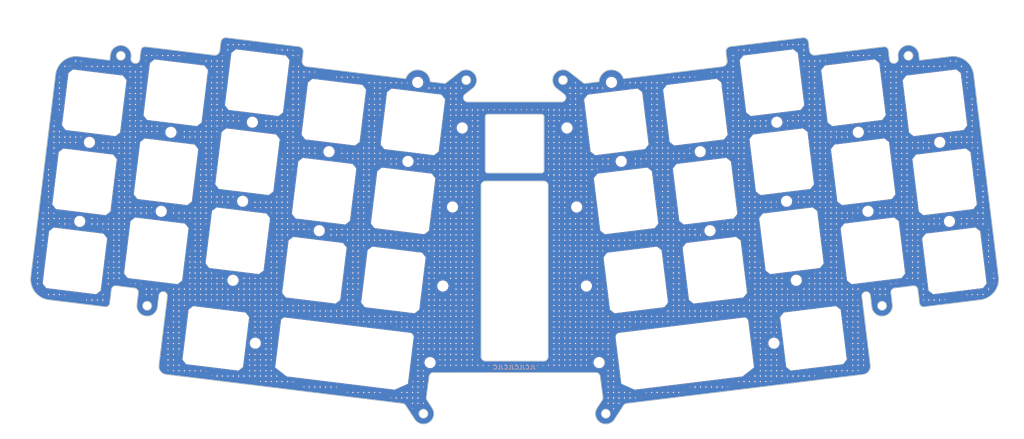
<source format=kicad_pcb>
(kicad_pcb (version 20221018) (generator pcbnew)
  (title_block (title "Le Capybara") (date "2023-07-07") (rev "v0.1") (company "sporkus"))
  (layers (0 "F.Cu" signal) (31 "B.Cu" signal) (34 "B.Paste" user) (35 "F.Paste" user) (36 "B.SilkS" user "B.Silkscreen") (37 "F.SilkS" user "F.Silkscreen") (38 "B.Mask" user) (39 "F.Mask" user) (44 "Edge.Cuts" user))
  (net 0 "")
  (footprint "capacitive_sensors:plate_cut_1U_topre" (layer "F.Cu") (at 194.537698 114.650454 -83)
    (fp_text reference "SW27")
    (fp_text value "EC_SW" hide)
    (fp_line (start -7.3 -6) (end -7.3 6) (stroke (width 0.05)) (layer "Edge.Cuts"))
    (fp_line (start -7.3 -6) (end -6.3 -7) (stroke (width 0.05)) (layer "Edge.Cuts"))
    (fp_line (start -6.3 7) (end -7.3 6) (stroke (width 0.05)) (layer "Edge.Cuts"))
    (fp_line (start -6.3 7) (end 6.3 7) (stroke (width 0.05)) (layer "Edge.Cuts"))
    (fp_line (start 6.3 -7) (end -6.3 -7) (stroke (width 0.05)) (layer "Edge.Cuts"))
    (fp_line (start 6.3 7) (end 7.3 6) (stroke (width 0.05)) (layer "Edge.Cuts"))
    (fp_line (start 7.3 -6) (end 6.3 -7) (stroke (width 0.05)) (layer "Edge.Cuts"))
    (fp_line (start 7.3 6) (end 7.3 -6) (stroke (width 0.05)) (layer "Edge.Cuts"))
  )
  (footprint "capacitive_sensors:MountingHole_2.2mm_M2" (layer "F.Cu") (at 166.860803 136.750673)
    (fp_text reference "H27" hide)
    (fp_text value "M2 Hole")
    (fp_circle (center 0 0) (end 1.1 0) (stroke (width 0.05)) (fill none) (layer "Edge.Cuts"))
    (pad "" np_thru_hole circle (at 0 0) (size 2.2 2.2) (drill 2.2) (layers "*.Cu" "*.Mask"))
  )
  (footprint "capacitive_sensors:plate_cut_1U_topre" (layer "F.Cu") (at 212.8653 107.601842 -83)
    (fp_text reference "SW28")
    (fp_text value "EC_SW" hide)
    (fp_line (start -7.3 -6) (end -7.3 6) (stroke (width 0.05)) (layer "Edge.Cuts"))
    (fp_line (start -7.3 -6) (end -6.3 -7) (stroke (width 0.05)) (layer "Edge.Cuts"))
    (fp_line (start -6.3 7) (end -7.3 6) (stroke (width 0.05)) (layer "Edge.Cuts"))
    (fp_line (start -6.3 7) (end 6.3 7) (stroke (width 0.05)) (layer "Edge.Cuts"))
    (fp_line (start 6.3 -7) (end -6.3 -7) (stroke (width 0.05)) (layer "Edge.Cuts"))
    (fp_line (start 6.3 7) (end 7.3 6) (stroke (width 0.05)) (layer "Edge.Cuts"))
    (fp_line (start 7.3 -6) (end 6.3 -7) (stroke (width 0.05)) (layer "Edge.Cuts"))
    (fp_line (start 7.3 6) (end 7.3 -6) (stroke (width 0.05)) (layer "Edge.Cuts"))
  )
  (footprint "capacitive_sensors:plate_cut_1U_topre" (layer "F.Cu") (at 122.292472 79.156057 83)
    (fp_text reference "SW5")
    (fp_text value "EC_SW" hide)
    (fp_line (start -7.3 -6) (end -7.3 6) (stroke (width 0.05)) (layer "Edge.Cuts"))
    (fp_line (start -7.3 -6) (end -6.3 -7) (stroke (width 0.05)) (layer "Edge.Cuts"))
    (fp_line (start -6.3 7) (end -7.3 6) (stroke (width 0.05)) (layer "Edge.Cuts"))
    (fp_line (start -6.3 7) (end 6.3 7) (stroke (width 0.05)) (layer "Edge.Cuts"))
    (fp_line (start 6.3 -7) (end -6.3 -7) (stroke (width 0.05)) (layer "Edge.Cuts"))
    (fp_line (start 6.3 7) (end 7.3 6) (stroke (width 0.05)) (layer "Edge.Cuts"))
    (fp_line (start 7.3 -6) (end 6.3 -7) (stroke (width 0.05)) (layer "Edge.Cuts"))
    (fp_line (start 7.3 6) (end 7.3 -6) (stroke (width 0.05)) (layer "Edge.Cuts"))
  )
  (footprint "capacitive_sensors:plate_cut_1U_topre" (layer "F.Cu") (at 119.970861 98.064061 83)
    (fp_text reference "SW15")
    (fp_text value "EC_SW" hide)
    (fp_line (start -7.3 -6) (end -7.3 6) (stroke (width 0.05)) (layer "Edge.Cuts"))
    (fp_line (start -7.3 -6) (end -6.3 -7) (stroke (width 0.05)) (layer "Edge.Cuts"))
    (fp_line (start -6.3 7) (end -7.3 6) (stroke (width 0.05)) (layer "Edge.Cuts"))
    (fp_line (start -6.3 7) (end 6.3 7) (stroke (width 0.05)) (layer "Edge.Cuts"))
    (fp_line (start 6.3 -7) (end -6.3 -7) (stroke (width 0.05)) (layer "Edge.Cuts"))
    (fp_line (start 6.3 7) (end 7.3 6) (stroke (width 0.05)) (layer "Edge.Cuts"))
    (fp_line (start 7.3 -6) (end 6.3 -7) (stroke (width 0.05)) (layer "Edge.Cuts"))
    (fp_line (start 7.3 6) (end 7.3 -6) (stroke (width 0.05)) (layer "Edge.Cuts"))
  )
  (footprint "capacitive_sensors:plate_cut_1U_topre" (layer "F.Cu") (at 75.154301 130.947466 173)
    (fp_text reference "SW31")
    (fp_text value "EC_SW" hide)
    (fp_line (start -7.3 -6) (end -7.3 6) (stroke (width 0.05)) (layer "Edge.Cuts"))
    (fp_line (start -7.3 -6) (end -6.3 -7) (stroke (width 0.05)) (layer "Edge.Cuts"))
    (fp_line (start -6.3 7) (end -7.3 6) (stroke (width 0.05)) (layer "Edge.Cuts"))
    (fp_line (start -6.3 7) (end 6.3 7) (stroke (width 0.05)) (layer "Edge.Cuts"))
    (fp_line (start 6.3 -7) (end -6.3 -7) (stroke (width 0.05)) (layer "Edge.Cuts"))
    (fp_line (start 6.3 7) (end 7.3 6) (stroke (width 0.05)) (layer "Edge.Cuts"))
    (fp_line (start 7.3 -6) (end 6.3 -7) (stroke (width 0.05)) (layer "Edge.Cuts"))
    (fp_line (start 7.3 6) (end 7.3 -6) (stroke (width 0.05)) (layer "Edge.Cuts"))
  )
  (footprint "capacitive_sensors:plate_cut_1U_topre" (layer "F.Cu") (at 232.353707 110.007232 -83)
    (fp_text reference "SW29")
    (fp_text value "EC_SW" hide)
    (fp_line (start -7.3 -6) (end -7.3 6) (stroke (width 0.05)) (layer "Edge.Cuts"))
    (fp_line (start -7.3 -6) (end -6.3 -7) (stroke (width 0.05)) (layer "Edge.Cuts"))
    (fp_line (start -6.3 7) (end -7.3 6) (stroke (width 0.05)) (layer "Edge.Cuts"))
    (fp_line (start -6.3 7) (end 6.3 7) (stroke (width 0.05)) (layer "Edge.Cuts"))
    (fp_line (start 6.3 -7) (end -6.3 -7) (stroke (width 0.05)) (layer "Edge.Cuts"))
    (fp_line (start 6.3 7) (end 7.3 6) (stroke (width 0.05)) (layer "Edge.Cuts"))
    (fp_line (start 7.3 -6) (end 6.3 -7) (stroke (width 0.05)) (layer "Edge.Cuts"))
    (fp_line (start 7.3 6) (end 7.3 -6) (stroke (width 0.05)) (layer "Edge.Cuts"))
  )
  (footprint "capacitive_sensors:MountingHole_2.2mm_M2" (layer "F.Cu") (at 159.168967 80.607062)
    (fp_text reference "H3" hide)
    (fp_text value "M2 Hole")
    (fp_circle (center 0 0) (end 1.1 0) (stroke (width 0.05)) (fill none) (layer "Edge.Cuts"))
    (pad "" np_thru_hole circle (at 0 0) (size 2.2 2.2) (drill 2.2) (layers "*.Cu" "*.Mask"))
  )
  (footprint "capacitive_sensors:plate_cut_1U_topre" (layer "F.Cu") (at 230.032096 91.099228 -83)
    (fp_text reference "SW19")
    (fp_text value "EC_SW" hide)
    (fp_line (start -7.3 -6) (end -7.3 6) (stroke (width 0.05)) (layer "Edge.Cuts"))
    (fp_line (start -7.3 -6) (end -6.3 -7) (stroke (width 0.05)) (layer "Edge.Cuts"))
    (fp_line (start -6.3 7) (end -7.3 6) (stroke (width 0.05)) (layer "Edge.Cuts"))
    (fp_line (start -6.3 7) (end 6.3 7) (stroke (width 0.05)) (layer "Edge.Cuts"))
    (fp_line (start 6.3 -7) (end -6.3 -7) (stroke (width 0.05)) (layer "Edge.Cuts"))
    (fp_line (start 6.3 7) (end 7.3 6) (stroke (width 0.05)) (layer "Edge.Cuts"))
    (fp_line (start 7.3 -6) (end 6.3 -7) (stroke (width 0.05)) (layer "Edge.Cuts"))
    (fp_line (start 7.3 6) (end 7.3 -6) (stroke (width 0.05)) (layer "Edge.Cuts"))
  )
  (footprint "capacitive_sensors:MountingHole_2.2mm_M2" (layer "F.Cu") (at 126.418141 136.750673)
    (fp_text reference "H2" hide)
    (fp_text value "M2 Hole")
    (fp_circle (center 0 0) (end 1.1 0) (stroke (width 0.05)) (fill none) (layer "Edge.Cuts"))
    (pad "" np_thru_hole circle (at 0 0) (size 2.2 2.2) (drill 2.2) (layers "*.Cu" "*.Mask"))
  )
  (footprint "capacitive_sensors:MountingHole_2.2mm_M2" (layer "F.Cu") (at 81.574451 98.147837)
    (fp_text reference "H24" hide)
    (fp_text value "M2 Hole")
    (fp_circle (center 0 0) (end 1.1 0) (stroke (width 0.05)) (fill none) (layer "Edge.Cuts"))
    (pad "" np_thru_hole circle (at 0 0) (size 2.2 2.2) (drill 2.2) (layers "*.Cu" "*.Mask"))
  )
  (footprint "capacitive_sensors:MountingHole_2.2mm_M2" (layer "F.Cu") (at 231.18673 100.554051)
    (fp_text reference "H33" hide)
    (fp_text value "M2 Hole")
    (fp_circle (center 0 0) (end 1.1 0) (stroke (width 0.05)) (fill none) (layer "Edge.Cuts"))
    (pad "" np_thru_hole circle (at 0 0) (size 2.2 2.2) (drill 2.2) (layers "*.Cu" "*.Mask"))
  )
  (footprint "capacitive_sensors:MountingHole_2.2mm_M2" (layer "F.Cu") (at 129.466755 118.423073)
    (fp_text reference "H14" hide)
    (fp_text value "M2 Hole")
    (fp_circle (center 0 0) (end 1.1 0) (stroke (width 0.05)) (fill none) (layer "Edge.Cuts"))
    (pad "" np_thru_hole circle (at 0 0) (size 2.2 2.2) (drill 2.2) (layers "*.Cu" "*.Mask"))
  )
  (footprint "capacitive_sensors:plate_cut_1U_topre" (layer "F.Cu") (at 60.925238 110.007232 83)
    (fp_text reference "SW22")
    (fp_text value "EC_SW" hide)
    (fp_line (start -7.3 -6) (end -7.3 6) (stroke (width 0.05)) (layer "Edge.Cuts"))
    (fp_line (start -7.3 -6) (end -6.3 -7) (stroke (width 0.05)) (layer "Edge.Cuts"))
    (fp_line (start -6.3 7) (end -7.3 6) (stroke (width 0.05)) (layer "Edge.Cuts"))
    (fp_line (start -6.3 7) (end 6.3 7) (stroke (width 0.05)) (layer "Edge.Cuts"))
    (fp_line (start 6.3 -7) (end -6.3 -7) (stroke (width 0.05)) (layer "Edge.Cuts"))
    (fp_line (start 6.3 7) (end 7.3 6) (stroke (width 0.05)) (layer "Edge.Cuts"))
    (fp_line (start 7.3 -6) (end 6.3 -7) (stroke (width 0.05)) (layer "Edge.Cuts"))
    (fp_line (start 7.3 6) (end 7.3 -6) (stroke (width 0.05)) (layer "Edge.Cuts"))
  )
  (footprint "capacitive_sensors:plate_cut_1U_topre" (layer "F.Cu") (at 175.629694 116.972065 -83)
    (fp_text reference "SW26")
    (fp_text value "EC_SW" hide)
    (fp_line (start -7.3 -6) (end -7.3 6) (stroke (width 0.05)) (layer "Edge.Cuts"))
    (fp_line (start -7.3 -6) (end -6.3 -7) (stroke (width 0.05)) (layer "Edge.Cuts"))
    (fp_line (start -6.3 7) (end -7.3 6) (stroke (width 0.05)) (layer "Edge.Cuts"))
    (fp_line (start -6.3 7) (end 6.3 7) (stroke (width 0.05)) (layer "Edge.Cuts"))
    (fp_line (start 6.3 -7) (end -6.3 -7) (stroke (width 0.05)) (layer "Edge.Cuts"))
    (fp_line (start 6.3 7) (end 7.3 6) (stroke (width 0.05)) (layer "Edge.Cuts"))
    (fp_line (start 7.3 -6) (end 6.3 -7) (stroke (width 0.05)) (layer "Edge.Cuts"))
    (fp_line (start 7.3 6) (end 7.3 -6) (stroke (width 0.05)) (layer "Edge.Cuts"))
  )
  (footprint "capacitive_sensors:plate_cut_1U_topre" (layer "F.Cu") (at 103.384468 76.834446 83)
    (fp_text reference "SW4")
    (fp_text value "EC_SW" hide)
    (fp_line (start -7.3 -6) (end -7.3 6) (stroke (width 0.05)) (layer "Edge.Cuts"))
    (fp_line (start -7.3 -6) (end -6.3 -7) (stroke (width 0.05)) (layer "Edge.Cuts"))
    (fp_line (start -6.3 7) (end -7.3 6) (stroke (width 0.05)) (layer "Edge.Cuts"))
    (fp_line (start -6.3 7) (end 6.3 7) (stroke (width 0.05)) (layer "Edge.Cuts"))
    (fp_line (start 6.3 -7) (end -6.3 -7) (stroke (width 0.05)) (layer "Edge.Cuts"))
    (fp_line (start 6.3 7) (end 7.3 6) (stroke (width 0.05)) (layer "Edge.Cuts"))
    (fp_line (start 7.3 -6) (end 6.3 -7) (stroke (width 0.05)) (layer "Edge.Cuts"))
    (fp_line (start 7.3 6) (end 7.3 -6) (stroke (width 0.05)) (layer "Edge.Cuts"))
  )
  (footprint "capacitive_sensors:MountingHole_2.2mm_M2" (layer "F.Cu") (at 42.603801 102.95944)
    (fp_text reference "H7" hide)
    (fp_text value "M2 Hole")
    (fp_circle (center 0 0) (end 1.1 0) (stroke (width 0.05)) (fill none) (layer "Edge.Cuts"))
    (pad "" np_thru_hole circle (at 0 0) (size 2.2 2.2) (drill 2.2) (layers "*.Cu" "*.Mask"))
  )
  (footprint "capacitive_sensors:MountingHole_2.2mm_M2" (layer "F.Cu") (at 248.353525 84.051435)
    (fp_text reference "H29" hide)
    (fp_text value "M2 Hole")
    (fp_circle (center 0 0) (end 1.1 0) (stroke (width 0.05)) (fill none) (layer "Edge.Cuts"))
    (pad "" np_thru_hole circle (at 0 0) (size 2.2 2.2) (drill 2.2) (layers "*.Cu" "*.Mask"))
  )
  (footprint "capacitive_sensors:plate_cut_1U_topre" (layer "F.Cu") (at 117.64925 116.972065 83)
    (fp_text reference "SW25")
    (fp_text value "EC_SW" hide)
    (fp_line (start -7.3 -6) (end -7.3 6) (stroke (width 0.05)) (layer "Edge.Cuts"))
    (fp_line (start -7.3 -6) (end -6.3 -7) (stroke (width 0.05)) (layer "Edge.Cuts"))
    (fp_line (start -6.3 7) (end -7.3 6) (stroke (width 0.05)) (layer "Edge.Cuts"))
    (fp_line (start -6.3 7) (end 6.3 7) (stroke (width 0.05)) (layer "Edge.Cuts"))
    (fp_line (start 6.3 -7) (end -6.3 -7) (stroke (width 0.05)) (layer "Edge.Cuts"))
    (fp_line (start 6.3 7) (end 7.3 6) (stroke (width 0.05)) (layer "Edge.Cuts"))
    (fp_line (start 7.3 -6) (end 6.3 -7) (stroke (width 0.05)) (layer "Edge.Cuts"))
    (fp_line (start 7.3 6) (end 7.3 -6) (stroke (width 0.05)) (layer "Edge.Cuts"))
  )
  (footprint "capacitive_sensors:MountingHole_2.2mm_M2" (layer "F.Cu") (at 209.376715 79.24065)
    (fp_text reference "H30" hide)
    (fp_text value "M2 Hole")
    (fp_circle (center 0 0) (end 1.1 0) (stroke (width 0.05)) (fill none) (layer "Edge.Cuts"))
    (pad "" np_thru_hole circle (at 0 0) (size 2.2 2.2) (drill 2.2) (layers "*.Cu" "*.Mask"))
  )
  (footprint "capacitive_sensors:plate_cut_2U_topre" (layer "F.Cu") (at 105.873637 134.719264 -7)
    (fp_text reference "SW32")
    (fp_text value "EC_SW" hide)
    (fp_line (start -16 5.175) (end -16 -5.975) (stroke (width 0.05)) (layer "Edge.Cuts"))
    (fp_line (start -16 5.175) (end -13 6.975) (stroke (width 0.05)) (layer "Edge.Cuts"))
    (fp_line (start -15 -6.975) (end 15 -6.975) (stroke (width 0.05)) (layer "Edge.Cuts"))
    (fp_line (start 13 6.975) (end -13 6.975) (stroke (width 0.05)) (layer "Edge.Cuts"))
    (fp_line (start 16 -5.975) (end 16 5.175) (stroke (width 0.05)) (layer "Edge.Cuts"))
    (fp_line (start 16 5.175) (end 13 6.975) (stroke (width 0.05)) (layer "Edge.Cuts"))
    (fp_arc (start -16 -5.975) (mid -15.707107 -6.682107) (end -15 -6.975) (stroke (width 0.05)) (layer "Edge.Cuts"))
    (fp_arc (start 15 -6.975) (mid 15.707107 -6.682107) (end 16 -5.975) (stroke (width 0.05)) (layer "Edge.Cuts"))
  )
  (footprint "capacitive_sensors:plate_cut_1U_topre" (layer "F.Cu") (at 43.758442 93.504618 83)
    (fp_text reference "SW11")
    (fp_text value "EC_SW" hide)
    (fp_line (start -7.3 -6) (end -7.3 6) (stroke (width 0.05)) (layer "Edge.Cuts"))
    (fp_line (start -7.3 -6) (end -6.3 -7) (stroke (width 0.05)) (layer "Edge.Cuts"))
    (fp_line (start -6.3 7) (end -7.3 6) (stroke (width 0.05)) (layer "Edge.Cuts"))
    (fp_line (start -6.3 7) (end 6.3 7) (stroke (width 0.05)) (layer "Edge.Cuts"))
    (fp_line (start 6.3 -7) (end -6.3 -7) (stroke (width 0.05)) (layer "Edge.Cuts"))
    (fp_line (start 6.3 7) (end 7.3 6) (stroke (width 0.05)) (layer "Edge.Cuts"))
    (fp_line (start 7.3 -6) (end 6.3 -7) (stroke (width 0.05)) (layer "Edge.Cuts"))
    (fp_line (start 7.3 6) (end 7.3 -6) (stroke (width 0.05)) (layer "Edge.Cuts"))
  )
  (footprint "capacitive_sensors:MountingHole_2.2mm_M2" (layer "F.Cu") (at 163.812189 118.423073)
    (fp_text reference "H23" hide)
    (fp_text value "M2 Hole")
    (fp_circle (center 0 0) (end 1.1 0) (stroke (width 0.05)) (fill none) (layer "Edge.Cuts"))
    (pad "" np_thru_hole circle (at 0 0) (size 2.2 2.2) (drill 2.2) (layers "*.Cu" "*.Mask"))
  )
  (footprint "capacitive_sensors:plate_cut_1U_topre" (layer "F.Cu") (at 227.710485 72.191224 -83)
    (fp_text reference "SW9")
    (fp_text value "EC_SW" hide)
    (fp_line (start -7.3 -6) (end -7.3 6) (stroke (width 0.05)) (layer "Edge.Cuts"))
    (fp_line (start -7.3 -6) (end -6.3 -7) (stroke (width 0.05)) (layer "Edge.Cuts"))
    (fp_line (start -6.3 7) (end -7.3 6) (stroke (width 0.05)) (layer "Edge.Cuts"))
    (fp_line (start -6.3 7) (end 6.3 7) (stroke (width 0.05)) (layer "Edge.Cuts"))
    (fp_line (start 6.3 -7) (end -6.3 -7) (stroke (width 0.05)) (layer "Edge.Cuts"))
    (fp_line (start 6.3 7) (end 7.3 6) (stroke (width 0.05)) (layer "Edge.Cuts"))
    (fp_line (start 7.3 -6) (end 6.3 -7) (stroke (width 0.05)) (layer "Edge.Cuts"))
    (fp_line (start 7.3 6) (end 7.3 -6) (stroke (width 0.05)) (layer "Edge.Cuts"))
  )
  (footprint "capacitive_sensors:plate_cut_1U_topre" (layer "F.Cu") (at 247.198892 74.596614 -83)
    (fp_text reference "SW10")
    (fp_text value "EC_SW" hide)
    (fp_line (start -7.3 -6) (end -7.3 6) (stroke (width 0.05)) (layer "Edge.Cuts"))
    (fp_line (start -7.3 -6) (end -6.3 -7) (stroke (width 0.05)) (layer "Edge.Cuts"))
    (fp_line (start -6.3 7) (end -7.3 6) (stroke (width 0.05)) (layer "Edge.Cuts"))
    (fp_line (start -6.3 7) (end 6.3 7) (stroke (width 0.05)) (layer "Edge.Cuts"))
    (fp_line (start 6.3 -7) (end -6.3 -7) (stroke (width 0.05)) (layer "Edge.Cuts"))
    (fp_line (start 6.3 7) (end 7.3 6) (stroke (width 0.05)) (layer "Edge.Cuts"))
    (fp_line (start 7.3 -6) (end 6.3 -7) (stroke (width 0.05)) (layer "Edge.Cuts"))
    (fp_line (start 7.3 6) (end 7.3 -6) (stroke (width 0.05)) (layer "Edge.Cuts"))
  )
  (footprint "capacitive_sensors:plate_cut_1U_topre" (layer "F.Cu") (at 63.246849 91.099228 83)
    (fp_text reference "SW12")
    (fp_text value "EC_SW" hide)
    (fp_line (start -7.3 -6) (end -7.3 6) (stroke (width 0.05)) (layer "Edge.Cuts"))
    (fp_line (start -7.3 -6) (end -6.3 -7) (stroke (width 0.05)) (layer "Edge.Cuts"))
    (fp_line (start -6.3 7) (end -7.3 6) (stroke (width 0.05)) (layer "Edge.Cuts"))
    (fp_line (start -6.3 7) (end 6.3 7) (stroke (width 0.05)) (layer "Edge.Cuts"))
    (fp_line (start 6.3 -7) (end -6.3 -7) (stroke (width 0.05)) (layer "Edge.Cuts"))
    (fp_line (start 6.3 7) (end 7.3 6) (stroke (width 0.05)) (layer "Edge.Cuts"))
    (fp_line (start 7.3 -6) (end 6.3 -7) (stroke (width 0.05)) (layer "Edge.Cuts"))
    (fp_line (start 7.3 6) (end 7.3 -6) (stroke (width 0.05)) (layer "Edge.Cuts"))
  )
  (footprint "capacitive_sensors:plate_cut_1U_topre" (layer "F.Cu") (at 46.080053 74.596614 83)
    (fp_text reference "SW1")
    (fp_text value "EC_SW" hide)
    (fp_line (start -7.3 -6) (end -7.3 6) (stroke (width 0.05)) (layer "Edge.Cuts"))
    (fp_line (start -7.3 -6) (end -6.3 -7) (stroke (width 0.05)) (layer "Edge.Cuts"))
    (fp_line (start -6.3 7) (end -7.3 6) (stroke (width 0.05)) (layer "Edge.Cuts"))
    (fp_line (start -6.3 7) (end 6.3 7) (stroke (width 0.05)) (layer "Edge.Cuts"))
    (fp_line (start 6.3 -7) (end -6.3 -7) (stroke (width 0.05)) (layer "Edge.Cuts"))
    (fp_line (start 6.3 7) (end 7.3 6) (stroke (width 0.05)) (layer "Edge.Cuts"))
    (fp_line (start 7.3 -6) (end 6.3 -7) (stroke (width 0.05)) (layer "Edge.Cuts"))
    (fp_line (start 7.3 6) (end 7.3 -6) (stroke (width 0.05)) (layer "Edge.Cuts"))
  )
  (footprint "capacitive_sensors:plate_cut_1U_topre" (layer "F.Cu") (at 218.13218 130.943431 7)
    (fp_text reference "SW34")
    (fp_text value "EC_SW" hide)
    (fp_line (start -7.3 -6) (end -7.3 6) (stroke (width 0.05)) (layer "Edge.Cuts"))
    (fp_line (start -7.3 -6) (end -6.3 -7) (stroke (width 0.05)) (layer "Edge.Cuts"))
    (fp_line (start -6.3 7) (end -7.3 6) (stroke (width 0.05)) (layer "Edge.Cuts"))
    (fp_line (start -6.3 7) (end 6.3 7) (stroke (width 0.05)) (layer "Edge.Cuts"))
    (fp_line (start 6.3 -7) (end -6.3 -7) (stroke (width 0.05)) (layer "Edge.Cuts"))
    (fp_line (start 6.3 7) (end 7.3 6) (stroke (width 0.05)) (layer "Edge.Cuts"))
    (fp_line (start 7.3 -6) (end 6.3 -7) (stroke (width 0.05)) (layer "Edge.Cuts"))
    (fp_line (start 7.3 6) (end 7.3 -6) (stroke (width 0.05)) (layer "Edge.Cuts"))
  )
  (footprint "capacitive_sensors:MountingHole_2.2mm_M2" (layer "F.Cu") (at 191.049112 86.289267)
    (fp_text reference "H20" hide)
    (fp_text value "M2 Hole")
    (fp_circle (center 0 0) (end 1.1 0) (stroke (width 0.05)) (fill none) (layer "Edge.Cuts"))
    (pad "" np_thru_hole circle (at 0 0) (size 2.2 2.2) (drill 2.2) (layers "*.Cu" "*.Mask"))
  )
  (footprint "capacitive_sensors:MountingHole_2.2mm_M2" (layer "F.Cu") (at 64.413824 81.646043)
    (fp_text reference "H16" hide)
    (fp_text value "M2 Hole")
    (fp_circle (center 0 0) (end 1.1 0) (stroke (width 0.05)) (fill none) (layer "Edge.Cuts"))
    (pad "" np_thru_hole circle (at 0 0) (size 2.2 2.2) (drill 2.2) (layers "*.Cu" "*.Mask"))
  )
  (footprint "capacitive_sensors:MountingHole_2.2mm_M2" (layer "F.Cu") (at 123.459443 69.702874)
    (fp_text reference "H13" hide)
    (fp_text value "M2 Hole")
    (fp_circle (center 0 0) (end 1.1 0) (stroke (width 0.05)) (fill none) (layer "Edge.Cuts"))
    (pad "" np_thru_hole circle (at 0 0) (size 2.2 2.2) (drill 2.2) (layers "*.Cu" "*.Mask"))
  )
  (footprint "capacitive_sensors:plate_cut_2U_topre" (layer "F.Cu") (at 187.405307 134.719264 7)
    (fp_text reference "SW33")
    (fp_text value "EC_SW" hide)
    (fp_line (start -16 5.175) (end -16 -5.975) (stroke (width 0.05)) (layer "Edge.Cuts"))
    (fp_line (start -16 5.175) (end -13 6.975) (stroke (width 0.05)) (layer "Edge.Cuts"))
    (fp_line (start -15 -6.975) (end 15 -6.975) (stroke (width 0.05)) (layer "Edge.Cuts"))
    (fp_line (start 13 6.975) (end -13 6.975) (stroke (width 0.05)) (layer "Edge.Cuts"))
    (fp_line (start 16 -5.975) (end 16 5.175) (stroke (width 0.05)) (layer "Edge.Cuts"))
    (fp_line (start 16 5.175) (end 13 6.975) (stroke (width 0.05)) (layer "Edge.Cuts"))
    (fp_arc (start -16 -5.975) (mid -15.707107 -6.682107) (end -15 -6.975) (stroke (width 0.05)) (layer "Edge.Cuts"))
    (fp_arc (start 15 -6.975) (mid 15.707106 -6.682107) (end 16 -5.975) (stroke (width 0.05)) (layer "Edge.Cuts"))
  )
  (footprint "capacitive_sensors:plate_cut_1U_topre" (layer "F.Cu") (at 65.56846 72.191224 83)
    (fp_text reference "SW2")
    (fp_text value "EC_SW" hide)
    (fp_line (start -7.3 -6) (end -7.3 6) (stroke (width 0.05)) (layer "Edge.Cuts"))
    (fp_line (start -7.3 -6) (end -6.3 -7) (stroke (width 0.05)) (layer "Edge.Cuts"))
    (fp_line (start -6.3 7) (end -7.3 6) (stroke (width 0.05)) (layer "Edge.Cuts"))
    (fp_line (start -6.3 7) (end 6.3 7) (stroke (width 0.05)) (layer "Edge.Cuts"))
    (fp_line (start 6.3 -7) (end -6.3 -7) (stroke (width 0.05)) (layer "Edge.Cuts"))
    (fp_line (start 6.3 7) (end 7.3 6) (stroke (width 0.05)) (layer "Edge.Cuts"))
    (fp_line (start 7.3 -6) (end 6.3 -7) (stroke (width 0.05)) (layer "Edge.Cuts"))
    (fp_line (start 7.3 6) (end 7.3 -6) (stroke (width 0.05)) (layer "Edge.Cuts"))
  )
  (footprint "capacitive_sensors:plate_cut_1U_topre" (layer "F.Cu") (at 82.735256 88.693838 83)
    (fp_text reference "SW13")
    (fp_text value "EC_SW" hide)
    (fp_line (start -7.3 -6) (end -7.3 6) (stroke (width 0.05)) (layer "Edge.Cuts"))
    (fp_line (start -7.3 -6) (end -6.3 -7) (stroke (width 0.05)) (layer "Edge.Cuts"))
    (fp_line (start -6.3 7) (end -7.3 6) (stroke (width 0.05)) (layer "Edge.Cuts"))
    (fp_line (start -6.3 7) (end 6.3 7) (stroke (width 0.05)) (layer "Edge.Cuts"))
    (fp_line (start 6.3 -7) (end -6.3 -7) (stroke (width 0.05)) (layer "Edge.Cuts"))
    (fp_line (start 6.3 7) (end 7.3 6) (stroke (width 0.05)) (layer "Edge.Cuts"))
    (fp_line (start 7.3 -6) (end 6.3 -7) (stroke (width 0.05)) (layer "Edge.Cuts"))
    (fp_line (start 7.3 6) (end 7.3 -6) (stroke (width 0.05)) (layer "Edge.Cuts"))
  )
  (footprint "capacitive_sensors:MountingHole_2.2mm_M2" (layer "F.Cu") (at 99.902051 105.196455)
    (fp_text reference "H25" hide)
    (fp_text value "M2 Hole")
    (fp_circle (center 0 0) (end 1.1 0) (stroke (width 0.05)) (fill none) (layer "Edge.Cuts"))
    (pad "" np_thru_hole circle (at 0 0) (size 2.2 2.2) (drill 2.2) (layers "*.Cu" "*.Mask"))
  )
  (footprint "capacitive_sensors:MountingHole_2.2mm_M2" (layer "F.Cu") (at 250.675141 102.959438)
    (fp_text reference "H34" hide)
    (fp_text value "M2 Hole")
    (fp_circle (center 0 0) (end 1.1 0) (stroke (width 0.05)) (fill none) (layer "Edge.Cuts"))
    (pad "" np_thru_hole circle (at 0 0) (size 2.2 2.2) (drill 2.2) (layers "*.Cu" "*.Mask"))
  )
  (footprint "capacitive_sensors:plate_cut_1U_topre" (layer "F.Cu") (at 251.843482 112.409408 -83)
    (fp_text reference "SW30")
    (fp_text value "EC_SW" hide)
    (fp_line (start -7.3 -6) (end -7.3 6) (stroke (width 0.05)) (layer "Edge.Cuts"))
    (fp_line (start -7.3 -6) (end -6.3 -7) (stroke (width 0.05)) (layer "Edge.Cuts"))
    (fp_line (start -6.3 7) (end -7.3 6) (stroke (width 0.05)) (layer "Edge.Cuts"))
    (fp_line (start -6.3 7) (end 6.3 7) (stroke (width 0.05)) (layer "Edge.Cuts"))
    (fp_line (start 6.3 -7) (end -6.3 -7) (stroke (width 0.05)) (layer "Edge.Cuts"))
    (fp_line (start 6.3 7) (end 7.3 6) (stroke (width 0.05)) (layer "Edge.Cuts"))
    (fp_line (start 7.3 -6) (end 6.3 -7) (stroke (width 0.05)) (layer "Edge.Cuts"))
    (fp_line (start 7.3 6) (end 7.3 -6) (stroke (width 0.05)) (layer "Edge.Cuts"))
  )
  (footprint "capacitive_sensors:MountingHole_2.2mm_M2" (layer "F.Cu") (at 161.490576 99.515068)
    (fp_text reference "H11" hide)
    (fp_text value "M2 Hole")
    (fp_circle (center 0 0) (end 1.1 0) (stroke (width 0.05)) (fill none) (layer "Edge.Cuts"))
    (pad "" np_thru_hole circle (at 0 0) (size 2.2 2.2) (drill 2.2) (layers "*.Cu" "*.Mask"))
  )
  (footprint "capacitive_sensors:MountingHole_2.2mm_M2" (layer "F.Cu") (at 83.902227 79.240652)
    (fp_text reference "H4" hide)
    (fp_text value "M2 Hole")
    (fp_circle (center 0 0) (end 1.1 0) (stroke (width 0.05)) (fill none) (layer "Edge.Cuts"))
    (pad "" np_thru_hole circle (at 0 0) (size 2.2 2.2) (drill 2.2) (layers "*.Cu" "*.Mask"))
  )
  (footprint "capacitive_sensors:MountingHole_2.2mm_M2" (layer "F.Cu") (at 134.109977 80.607062)
    (fp_text reference "H21" hide)
    (fp_text value "M2 Hole")
    (fp_circle (center 0 0) (end 1.1 0) (stroke (width 0.05)) (fill none) (layer "Edge.Cuts"))
    (pad "" np_thru_hole circle (at 0 0) (size 2.2 2.2) (drill 2.2) (layers "*.Cu" "*.Mask"))
  )
  (footprint "capacitive_sensors:MountingHole_2.2mm_M2" (layer "F.Cu") (at 79.252841 117.055846)
    (fp_text reference "H10" hide)
    (fp_text value "M2 Hole")
    (fp_circle (center 0 0) (end 1.1 0) (stroke (width 0.05)) (fill none) (layer "Edge.Cuts"))
    (pad "" np_thru_hole circle (at 0 0) (size 2.2 2.2) (drill 2.2) (layers "*.Cu" "*.Mask"))
  )
  (footprint "capacitive_sensors:MountingHole_2.2mm_M2" (layer "F.Cu") (at 84.602132 132.107454)
    (fp_text reference "H22" hide)
    (fp_text value "M2 Hole")
    (fp_circle (center 0 0) (end 1.1 0) (stroke (width 0.05)) (fill none) (layer "Edge.Cuts"))
    (pad "" np_thru_hole circle (at 0 0) (size 2.2 2.2) (drill 2.2) (layers "*.Cu" "*.Mask"))
  )
  (footprint "capacitive_sensors:MountingHole_2.2mm_M2" (layer "F.Cu") (at 172.147274 88.610059)
    (fp_text reference "H9" hide)
    (fp_text value "M2 Hole")
    (fp_circle (center 0 0) (end 1.1 0) (stroke (width 0.05)) (fill none) (layer "Edge.Cuts"))
    (pad "" np_thru_hole circle (at 0 0) (size 2.2 2.2) (drill 2.2) (layers "*.Cu" "*.Mask"))
  )
  (footprint "capacitive_sensors:MountingHole_2.2mm_M2" (layer "F.Cu") (at 102.229832 86.289267)
    (fp_text reference "H18" hide)
    (fp_text value "M2 Hole")
    (fp_circle (center 0 0) (end 1.1 0) (stroke (width 0.05)) (fill none) (layer "Edge.Cuts"))
    (pad "" np_thru_hole circle (at 0 0) (size 2.2 2.2) (drill 2.2) (layers "*.Cu" "*.Mask"))
  )
  (footprint "capacitive_sensors:plate_cut_1U_topre" (layer "F.Cu") (at 41.442999 112.413442 83)
    (fp_text reference "SW21")
    (fp_text value "EC_SW" hide)
    (fp_line (start -7.3 -6) (end -7.3 6) (stroke (width 0.05)) (layer "Edge.Cuts"))
    (fp_line (start -7.3 -6) (end -6.3 -7) (stroke (width 0.05)) (layer "Edge.Cuts"))
    (fp_line (start -6.3 7) (end -7.3 6) (stroke (width 0.05)) (layer "Edge.Cuts"))
    (fp_line (start -6.3 7) (end 6.3 7) (stroke (width 0.05)) (layer "Edge.Cuts"))
    (fp_line (start 6.3 -7) (end -6.3 -7) (stroke (width 0.05)) (layer "Edge.Cuts"))
    (fp_line (start 6.3 7) (end 7.3 6) (stroke (width 0.05)) (layer "Edge.Cuts"))
    (fp_line (start 7.3 -6) (end 6.3 -7) (stroke (width 0.05)) (layer "Edge.Cuts"))
    (fp_line (start 7.3 6) (end 7.3 -6) (stroke (width 0.05)) (layer "Edge.Cuts"))
  )
  (footprint "capacitive_sensors:MountingHole_2.2mm_M2" (layer "F.Cu") (at 214.026101 117.055844)
    (fp_text reference "H12" hide)
    (fp_text value "M2 Hole")
    (fp_circle (center 0 0) (end 1.1 0) (stroke (width 0.05)) (fill none) (layer "Edge.Cuts"))
    (pad "" np_thru_hole circle (at 0 0) (size 2.2 2.2) (drill 2.2) (layers "*.Cu" "*.Mask"))
  )
  (footprint "capacitive_sensors:MountingHole_2.2mm_M2" (layer "F.Cu") (at 228.86512 81.646043)
    (fp_text reference "H19" hide)
    (fp_text value "M2 Hole")
    (fp_circle (center 0 0) (end 1.1 0) (stroke (width 0.05)) (fill none) (layer "Edge.Cuts"))
    (pad "" np_thru_hole circle (at 0 0) (size 2.2 2.2) (drill 2.2) (layers "*.Cu" "*.Mask"))
  )
  (footprint "capacitive_sensors:plate_cut_1U_topre" (layer "F.Cu") (at 98.741246 114.650454 83)
    (fp_text reference "SW24")
    (fp_text value "EC_SW" hide)
    (fp_line (start -7.3 -6) (end -7.3 6) (stroke (width 0.05)) (layer "Edge.Cuts"))
    (fp_line (start -7.3 -6) (end -6.3 -7) (stroke (width 0.05)) (layer "Edge.Cuts"))
    (fp_line (start -6.3 7) (end -7.3 6) (stroke (width 0.05)) (layer "Edge.Cuts"))
    (fp_line (start -6.3 7) (end 6.3 7) (stroke (width 0.05)) (layer "Edge.Cuts"))
    (fp_line (start 6.3 -7) (end -6.3 -7) (stroke (width 0.05)) (layer "Edge.Cuts"))
    (fp_line (start 6.3 7) (end 7.3 6) (stroke (width 0.05)) (layer "Edge.Cuts"))
    (fp_line (start 7.3 -6) (end 6.3 -7) (stroke (width 0.05)) (layer "Edge.Cuts"))
    (fp_line (start 7.3 6) (end 7.3 -6) (stroke (width 0.05)) (layer "Edge.Cuts"))
  )
  (footprint "capacitive_sensors:MountingHole_2.2mm_M2" (layer "F.Cu") (at 208.67681 132.107452)
    (fp_text reference "H32" hide)
    (fp_text value "M2 Hole")
    (fp_circle (center 0 0) (end 1.1 0) (stroke (width 0.05)) (fill none) (layer "Edge.Cuts"))
    (pad "" np_thru_hole circle (at 0 0) (size 2.2 2.2) (drill 2.2) (layers "*.Cu" "*.Mask"))
  )
  (footprint "capacitive_sensors:MountingHole_2.2mm_M2" (layer "F.Cu") (at 131.788368 99.515068)
    (fp_text reference "H6" hide)
    (fp_text value "M2 Hole")
    (fp_circle (center 0 0) (end 1.1 0) (stroke (width 0.05)) (fill none) (layer "Edge.Cuts"))
    (pad "" np_thru_hole circle (at 0 0) (size 2.2 2.2) (drill 2.2) (layers "*.Cu" "*.Mask"))
  )
  (footprint "capacitive_sensors:plate_cut_1U_topre" (layer "F.Cu") (at 80.413645 107.601842 83)
    (fp_text reference "SW23")
    (fp_text value "EC_SW" hide)
    (fp_line (start -7.3 -6) (end -7.3 6) (stroke (width 0.05)) (layer "Edge.Cuts"))
    (fp_line (start -7.3 -6) (end -6.3 -7) (stroke (width 0.05)) (layer "Edge.Cuts"))
    (fp_line (start -6.3 7) (end -7.3 6) (stroke (width 0.05)) (layer "Edge.Cuts"))
    (fp_line (start -6.3 7) (end 6.3 7) (stroke (width 0.05)) (layer "Edge.Cuts"))
    (fp_line (start 6.3 -7) (end -6.3 -7) (stroke (width 0.05)) (layer "Edge.Cuts"))
    (fp_line (start 6.3 7) (end 7.3 6) (stroke (width 0.05)) (layer "Edge.Cuts"))
    (fp_line (start 7.3 -6) (end 6.3 -7) (stroke (width 0.05)) (layer "Edge.Cuts"))
    (fp_line (start 7.3 6) (end 7.3 -6) (stroke (width 0.05)) (layer "Edge.Cuts"))
  )
  (footprint "capacitive_sensors:plate_cut_1U_topre" (layer "F.Cu") (at 249.520503 93.504618 -83)
    (fp_text reference "SW20")
    (fp_text value "EC_SW" hide)
    (fp_line (start -7.3 -6) (end -7.3 6) (stroke (width 0.05)) (layer "Edge.Cuts"))
    (fp_line (start -7.3 -6) (end -6.3 -7) (stroke (width 0.05)) (layer "Edge.Cuts"))
    (fp_line (start -6.3 7) (end -7.3 6) (stroke (width 0.05)) (layer "Edge.Cuts"))
    (fp_line (start -6.3 7) (end 6.3 7) (stroke (width 0.05)) (layer "Edge.Cuts"))
    (fp_line (start 6.3 -7) (end -6.3 -7) (stroke (width 0.05)) (layer "Edge.Cuts"))
    (fp_line (start 6.3 7) (end 7.3 6) (stroke (width 0.05)) (layer "Edge.Cuts"))
    (fp_line (start 7.3 -6) (end 6.3 -7) (stroke (width 0.05)) (layer "Edge.Cuts"))
    (fp_line (start 7.3 6) (end 7.3 -6) (stroke (width 0.05)) (layer "Edge.Cuts"))
  )
  (footprint "capacitive_sensors:plate_cut_1U_topre" (layer "F.Cu") (at 170.986472 79.156057 -83)
    (fp_text reference "SW6")
    (fp_text value "EC_SW" hide)
    (fp_line (start -7.3 -6) (end -7.3 6) (stroke (width 0.05)) (layer "Edge.Cuts"))
    (fp_line (start -7.3 -6) (end -6.3 -7) (stroke (width 0.05)) (layer "Edge.Cuts"))
    (fp_line (start -6.3 7) (end -7.3 6) (stroke (width 0.05)) (layer "Edge.Cuts"))
    (fp_line (start -6.3 7) (end 6.3 7) (stroke (width 0.05)) (layer "Edge.Cuts"))
    (fp_line (start 6.3 -7) (end -6.3 -7) (stroke (width 0.05)) (layer "Edge.Cuts"))
    (fp_line (start 6.3 7) (end 7.3 6) (stroke (width 0.05)) (layer "Edge.Cuts"))
    (fp_line (start 7.3 -6) (end 6.3 -7) (stroke (width 0.05)) (layer "Edge.Cuts"))
    (fp_line (start 7.3 6) (end 7.3 -6) (stroke (width 0.05)) (layer "Edge.Cuts"))
  )
  (footprint "capacitive_sensors:plate_cut_1U_topre" (layer "F.Cu") (at 192.216087 95.74245 -83)
    (fp_text reference "SW17")
    (fp_text value "EC_SW" hide)
    (fp_line (start -7.3 -6) (end -7.3 6) (stroke (width 0.05)) (layer "Edge.Cuts"))
    (fp_line (start -7.3 -6) (end -6.3 -7) (stroke (width 0.05)) (layer "Edge.Cuts"))
    (fp_line (start -6.3 7) (end -7.3 6) (stroke (width 0.05)) (layer "Edge.Cuts"))
    (fp_line (start -6.3 7) (end 6.3 7) (stroke (width 0.05)) (layer "Edge.Cuts"))
    (fp_line (start 6.3 -7) (end -6.3 -7) (stroke (width 0.05)) (layer "Edge.Cuts"))
    (fp_line (start 6.3 7) (end 7.3 6) (stroke (width 0.05)) (layer "Edge.Cuts"))
    (fp_line (start 7.3 -6) (end 6.3 -7) (stroke (width 0.05)) (layer "Edge.Cuts"))
    (fp_line (start 7.3 6) (end 7.3 -6) (stroke (width 0.05)) (layer "Edge.Cuts"))
  )
  (footprint "capacitive_sensors:plate_cut_1U_topre" (layer "F.Cu") (at 173.308083 98.064061 -83)
    (fp_text reference "SW16")
    (fp_text value "EC_SW" hide)
    (fp_line (start -7.3 -6) (end -7.3 6) (stroke (width 0.05)) (layer "Edge.Cuts"))
    (fp_line (start -7.3 -6) (end -6.3 -7) (stroke (width 0.05)) (layer "Edge.Cuts"))
    (fp_line (start -6.3 7) (end -7.3 6) (stroke (width 0.05)) (layer "Edge.Cuts"))
    (fp_line (start -6.3 7) (end 6.3 7) (stroke (width 0.05)) (layer "Edge.Cuts"))
    (fp_line (start 6.3 -7) (end -6.3 -7) (stroke (width 0.05)) (layer "Edge.Cuts"))
    (fp_line (start 6.3 7) (end 7.3 6) (stroke (width 0.05)) (layer "Edge.Cuts"))
    (fp_line (start 7.3 -6) (end 6.3 -7) (stroke (width 0.05)) (layer "Edge.Cuts"))
    (fp_line (start 7.3 6) (end 7.3 -6) (stroke (width 0.05)) (layer "Edge.Cuts"))
  )
  (footprint "capacitive_sensors:MountingHole_2.2mm_M2" (layer "F.Cu") (at 193.376891 105.196453)
    (fp_text reference "H15" hide)
    (fp_text value "M2 Hole")
    (fp_circle (center 0 0) (end 1.1 0) (stroke (width 0.05)) (fill none) (layer "Edge.Cuts"))
    (pad "" np_thru_hole circle (at 0 0) (size 2.2 2.2) (drill 2.2) (layers "*.Cu" "*.Mask"))
  )
  (footprint "capacitive_sensors:MountingHole_2.2mm_M2" (layer "F.Cu") (at 44.925417 84.051437)
    (fp_text reference "H1" hide)
    (fp_text value "M2 Hole")
    (fp_circle (center 0 0) (end 1.1 0) (stroke (width 0.05)) (fill none) (layer "Edge.Cuts"))
    (pad "" np_thru_hole circle (at 0 0) (size 2.2 2.2) (drill 2.2) (layers "*.Cu" "*.Mask"))
  )
  (footprint "capacitive_sensors:plate_cut_1U_topre" (layer "F.Cu") (at 208.222078 69.785834 -83)
    (fp_text reference "SW8")
    (fp_text value "EC_SW" hide)
    (fp_line (start -7.3 -6) (end -7.3 6) (stroke (width 0.05)) (layer "Edge.Cuts"))
    (fp_line (start -7.3 -6) (end -6.3 -7) (stroke (width 0.05)) (layer "Edge.Cuts"))
    (fp_line (start -6.3 7) (end -7.3 6) (stroke (width 0.05)) (layer "Edge.Cuts"))
    (fp_line (start -6.3 7) (end 6.3 7) (stroke (width 0.05)) (layer "Edge.Cuts"))
    (fp_line (start 6.3 -7) (end -6.3 -7) (stroke (width 0.05)) (layer "Edge.Cuts"))
    (fp_line (start 6.3 7) (end 7.3 6) (stroke (width 0.05)) (layer "Edge.Cuts"))
    (fp_line (start 7.3 -6) (end 6.3 -7) (stroke (width 0.05)) (layer "Edge.Cuts"))
    (fp_line (start 7.3 6) (end 7.3 -6) (stroke (width 0.05)) (layer "Edge.Cuts"))
  )
  (footprint "capacitive_sensors:MountingHole_2.2mm_M2" (layer "F.Cu") (at 211.704491 98.147835)
    (fp_text reference "H28" hide)
    (fp_text value "M2 Hole")
    (fp_circle (center 0 0) (end 1.1 0) (stroke (width 0.05)) (fill none) (layer "Edge.Cuts"))
    (pad "" np_thru_hole circle (at 0 0) (size 2.2 2.2) (drill 2.2) (layers "*.Cu" "*.Mask"))
  )
  (footprint "capacitive_sensors:plate_cut_1U_topre" (layer "F.Cu") (at 189.894476 76.834446 -83)
    (fp_text reference "SW7")
    (fp_text value "EC_SW" hide)
    (fp_line (start -7.3 -6) (end -7.3 6) (stroke (width 0.05)) (layer "Edge.Cuts"))
    (fp_line (start -7.3 -6) (end -6.3 -7) (stroke (width 0.05)) (layer "Edge.Cuts"))
    (fp_line (start -6.3 7) (end -7.3 6) (stroke (width 0.05)) (layer "Edge.Cuts"))
    (fp_line (start -6.3 7) (end 6.3 7) (stroke (width 0.05)) (layer "Edge.Cuts"))
    (fp_line (start 6.3 -7) (end -6.3 -7) (stroke (width 0.05)) (layer "Edge.Cuts"))
    (fp_line (start 6.3 7) (end 7.3 6) (stroke (width 0.05)) (layer "Edge.Cuts"))
    (fp_line (start 7.3 -6) (end 6.3 -7) (stroke (width 0.05)) (layer "Edge.Cuts"))
    (fp_line (start 7.3 6) (end 7.3 -6) (stroke (width 0.05)) (layer "Edge.Cuts"))
  )
  (footprint "capacitive_sensors:MountingHole_2.2mm_M2" (layer "F.Cu") (at 121.131668 88.610061)
    (fp_text reference "H26" hide)
    (fp_text value "M2 Hole")
    (fp_circle (center 0 0) (end 1.1 0) (stroke (width 0.05)) (fill none) (layer "Edge.Cuts"))
    (pad "" np_thru_hole circle (at 0 0) (size 2.2 2.2) (drill 2.2) (layers "*.Cu" "*.Mask"))
  )
  (footprint "capacitive_sensors:MountingHole_2.2mm_M2" (layer "F.Cu") (at 62.092212 100.554053 7)
    (fp_text reference "H17" hide)
    (fp_text value "M2 Hole")
    (fp_circle (center 0 0) (end 1.1 0) (stroke (width 0.05)) (fill none) (layer "Edge.Cuts"))
    (pad "" np_thru_hole circle (at 0 0 7) (size 2.2 2.2) (drill 2.2) (layers "*.Cu" "*.Mask"))
  )
  (footprint "capacitive_sensors:MountingHole_2.2mm_M2" (layer "F.Cu") (at 169.819499 69.702872)
    (fp_text reference "H5" hide)
    (fp_text value "M2 Hole")
    (fp_circle (center 0 0) (end 1.1 0) (stroke (width 0.05)) (fill none) (layer "Edge.Cuts"))
    (pad "" np_thru_hole circle (at 0 0) (size 2.2 2.2) (drill 2.2) (layers "*.Cu" "*.Mask"))
  )
  (footprint "capacitive_sensors:plate_cut_1U_topre" (layer "F.Cu") (at 85.056867 69.785834 83)
    (fp_text reference "SW3")
    (fp_text value "EC_SW" hide)
    (fp_line (start -7.3 -6) (end -7.3 6) (stroke (width 0.05)) (layer "Edge.Cuts"))
    (fp_line (start -7.3 -6) (end -6.3 -7) (stroke (width 0.05)) (layer "Edge.Cuts"))
    (fp_line (start -6.3 7) (end -7.3 6) (stroke (width 0.05)) (layer "Edge.Cuts"))
    (fp_line (start -6.3 7) (end 6.3 7) (stroke (width 0.05)) (layer "Edge.Cuts"))
    (fp_line (start 6.3 -7) (end -6.3 -7) (stroke (width 0.05)) (layer "Edge.Cuts"))
    (fp_line (start 6.3 7) (end 7.3 6) (stroke (width 0.05)) (layer "Edge.Cuts"))
    (fp_line (start 7.3 -6) (end 6.3 -7) (stroke (width 0.05)) (layer "Edge.Cuts"))
    (fp_line (start 7.3 6) (end 7.3 -6) (stroke (width 0.05)) (layer "Edge.Cuts"))
  )
  (footprint "capacitive_sensors:plate_cut_1U_topre" (layer "F.Cu") (at 101.062857 95.74245 83)
    (fp_text reference "SW14")
    (fp_text value "EC_SW" hide)
    (fp_line (start -7.3 -6) (end -7.3 6) (stroke (width 0.05)) (layer "Edge.Cuts"))
    (fp_line (start -7.3 -6) (end -6.3 -7) (stroke (width 0.05)) (layer "Edge.Cuts"))
    (fp_line (start -6.3 7) (end -7.3 6) (stroke (width 0.05)) (layer "Edge.Cuts"))
    (fp_line (start -6.3 7) (end 6.3 7) (stroke (width 0.05)) (layer "Edge.Cuts"))
    (fp_line (start 6.3 -7) (end -6.3 -7) (stroke (width 0.05)) (layer "Edge.Cuts"))
    (fp_line (start 6.3 7) (end 7.3 6) (stroke (width 0.05)) (layer "Edge.Cuts"))
    (fp_line (start 7.3 -6) (end 6.3 -7) (stroke (width 0.05)) (layer "Edge.Cuts"))
    (fp_line (start 7.3 6) (end 7.3 -6) (stroke (width 0.05)) (layer "Edge.Cuts"))
  )
  (footprint "capacitive_sensors:plate_cut_1U_topre" (layer "F.Cu") (at 210.543689 88.693838 -83)
    (fp_text reference "SW18")
    (fp_text value "EC_SW" hide)
    (fp_line (start -7.3 -6) (end -7.3 6) (stroke (width 0.05)) (layer "Edge.Cuts"))
    (fp_line (start -7.3 -6) (end -6.3 -7) (stroke (width 0.05)) (layer "Edge.Cuts"))
    (fp_line (start -6.3 7) (end -7.3 6) (stroke (width 0.05)) (layer "Edge.Cuts"))
    (fp_line (start -6.3 7) (end 6.3 7) (stroke (width 0.05)) (layer "Edge.Cuts"))
    (fp_line (start 6.3 -7) (end -6.3 -7) (stroke (width 0.05)) (layer "Edge.Cuts"))
    (fp_line (start 6.3 7) (end 7.3 6) (stroke (width 0.05)) (layer "Edge.Cuts"))
    (fp_line (start 7.3 -6) (end 6.3 -7) (stroke (width 0.05)) (layer "Edge.Cuts"))
    (fp_line (start 7.3 6) (end 7.3 -6) (stroke (width 0.05)) (layer "Edge.Cuts"))
  )
  (gr_line (start 77.682917 58.995632) (end 95.052477 61.128345) (stroke (width 0.2)) (layer "Edge.Cuts"))
  (gr_line (start 130.002631 69.966074) (end 133.525011 67.208887) (stroke (width 0.2)) (layer "Edge.Cuts"))
  (gr_arc (start 244.607885 123.412317) (mid 243.870364 123.207768) (end 243.493469 122.54164) (stroke (width 0.2)) (layer "Edge.Cuts"))
  (gr_line (start 173.443954 146.544944) (end 230.025537 139.5976) (stroke (width 0.2)) (layer "Edge.Cuts"))
  (gr_line (start 153.139472 91.358057) (end 140.139472 91.358057) (stroke (width 0.2)) (layer "Edge.Cuts"))
  (gr_line (start 50.197233 119.273574) (end 49.795467 122.545699) (stroke (width 0.2)) (layer "Edge.Cuts"))
  (gr_arc (start 35.216943 121.763192) (mid 31.886181 119.878804) (end 30.863559 116.191114) (stroke (width 0.2)) (layer "Edge.Cuts"))
  (gr_arc (start 133.525011 67.208887) (mid 137.034867 67.633966) (end 136.609849 71.143829) (stroke (width 0.2)) (layer "Edge.Cuts"))
  (gr_arc (start 170.552211 150.329837) (mid 167.092679 151.059205) (end 166.363381 147.599687) (stroke (width 0.2)) (layer "Edge.Cuts"))
  (gr_circle (center 135.06743 69.176357) (end 134.01743 69.176359) (stroke (width 0.2)) (fill none) (layer "Edge.Cuts"))
  (gr_arc (start 50.197233 119.273574) (mid 50.574096 118.607393) (end 51.311649 118.402897) (stroke (width 0.2)) (layer "Edge.Cuts"))
  (gr_line (start 61.558128 120.668517) (end 61.215624 123.45799) (stroke (width 0.2)) (layer "Edge.Cuts"))
  (gr_line (start 122.736741 150.333918) (end 120.56088 146.99552) (stroke (width 0.2)) (layer "Edge.Cuts"))
  (gr_line (start 55.746721 65.124164) (end 55.826748 65.13399) (stroke (width 0.2)) (layer "Edge.Cuts"))
  (gr_arc (start 262.425377 116.187055) (mid 261.402722 119.87475) (end 258.071993 121.759133) (stroke (width 0.2)) (layer "Edge.Cuts"))
  (gr_line (start 96.097289 62.465643) (end 95.839839 64.562398) (stroke (width 0.2)) (layer "Edge.Cuts"))
  (gr_arc (start 231.76689 137.368768) (mid 231.357819 138.84383) (end 230.025537 139.5976) (stroke (width 0.2)) (layer "Edge.Cuts"))
  (gr_line (start 127.20579 139.149902) (end 166.082638 139.146364) (stroke (width 0.2)) (layer "Edge.Cuts"))
  (gr_line (start 243.493469 122.54164) (end 243.091703 119.269515) (stroke (width 0.2)) (layer "Edge.Cuts"))
  (gr_arc (start 55.746721 65.124164) (mid 55.080583 64.747269) (end 54.876045 64.009748) (stroke (width 0.2)) (layer "Edge.Cuts"))
  (gr_line (start 61.522046 137.372827) (end 63.543155 120.912212) (stroke (width 0.2)) (layer "Edge.Cuts"))
  (gr_arc (start 55.72472 118.944754) (mid 56.390835 119.321644) (end 56.595397 120.05917) (stroke (width 0.2)) (layer "Edge.Cuts"))
  (gr_line (start 56.252893 122.848643) (end 56.595397 120.05917) (stroke (width 0.2)) (layer "Edge.Cuts"))
  (gr_arc (start 218.538067 63.17795) (mid 217.653092 62.932427) (end 217.200764 62.13314) (stroke (width 0.2)) (layer "Edge.Cuts"))
  (gr_line (start 63.263399 139.601659) (end 119.844982 146.549003) (stroke (width 0.2)) (layer "Edge.Cuts"))
  (gr_arc (start 238.368963 63.647923) (mid 240.55667 60.847786) (end 243.356807 63.035493) (stroke (width 0.2)) (layer "Edge.Cuts"))
  (gr_line (start 232.073312 123.453931) (end 231.730808 120.664458) (stroke (width 0.2)) (layer "Edge.Cuts"))
  (gr_arc (start 76.088172 62.137199) (mid 75.635863 62.936511) (end 74.750869 63.182009) (stroke (width 0.2)) (layer "Edge.Cuts"))
  (gr_arc (start 197.449097 64.558339) (mid 197.20371 65.44342) (end 196.404284 65.895636) (stroke (width 0.2)) (layer "Edge.Cuts"))
  (gr_arc (start 237.036043 122.844584) (mid 234.859351 125.630623) (end 232.073312 123.453931) (stroke (width 0.2)) (layer "Edge.Cuts"))
  (gr_line (start 140.139472 77.358057) (end 153.139472 77.358057) (stroke (width 0.2)) (layer "Edge.Cuts"))
  (gr_arc (start 96.884652 65.899695) (mid 96.085226 65.447479) (end 95.839839 64.562398) (stroke (width 0.2)) (layer "Edge.Cuts"))
  (gr_arc (start 135.394999 74.361699) (mid 134.449338 73.68727) (end 134.779303 72.573604) (stroke (width 0.2)) (layer "Edge.Cuts"))
  (gr_arc (start 95.052475 61.128344) (mid 95.85181 61.580628) (end 96.097289 62.465643) (stroke (width 0.2)) (layer "Edge.Cuts"))
  (gr_line (start 256.488493 67.835015) (end 262.425377 116.187055) (stroke (width 0.2)) (layer "Edge.Cuts"))
  (gr_circle (center 158.221506 69.172298) (end 159.271506 69.1723) (stroke (width 0.2)) (fill none) (layer "Edge.Cuts"))
  (gr_line (start 126.463206 69.527659) (end 130.002631 69.966074) (stroke (width 0.2)) (layer "Edge.Cuts"))
  (gr_line (start 154.640692 94.348132) (end 154.640691 135.34813) (stroke (width 0.2)) (layer "Edge.Cuts"))
  (gr_line (start 135.394999 74.361699) (end 157.89529 74.358473) (stroke (width 0.2)) (layer "Edge.Cuts"))
  (gr_line (start 243.523049 64.389422) (end 250.916415 63.481631) (stroke (width 0.2)) (layer "Edge.Cuts"))
  (gr_line (start 163.286305 69.962015) (end 166.82573 69.5236) (stroke (width 0.2)) (layer "Edge.Cuts"))
  (gr_line (start 153.640692 136.348133) (end 139.640692 136.348133) (stroke (width 0.2)) (layer "Edge.Cuts"))
  (gr_line (start 136.609849 71.143829) (end 134.779303 72.573604) (stroke (width 0.2)) (layer "Edge.Cuts"))
  (gr_arc (start 49.932129 63.039552) (mid 52.732253 60.851844) (end 54.919973 63.651982) (stroke (width 0.2)) (layer "Edge.Cuts"))
  (gr_line (start 218.538067 63.17795) (end 234.959918 61.1616) (stroke (width 0.2)) (layer "Edge.Cuts"))
  (gr_arc (start 61.215624 123.45799) (mid 58.429587 125.634678) (end 56.252893 122.848643) (stroke (width 0.2)) (layer "Edge.Cuts"))
  (gr_line (start 161.709203 68.729846) (end 163.286305 69.962015) (stroke (width 0.2)) (layer "Edge.Cuts"))
  (gr_line (start 42.372521 63.48569) (end 49.765887 64.393481) (stroke (width 0.2)) (layer "Edge.Cuts"))
  (gr_arc (start 57.214602 62.036336) (mid 57.591489 61.370183) (end 58.329018 61.165659) (stroke (width 0.2)) (layer "Edge.Cuts"))
  (gr_arc (start 126.21475 140.017014) (mid 126.547395 139.397299) (end 127.20579 139.149902) (stroke (width 0.2)) (layer "Edge.Cuts"))
  (gr_arc (start 120.587334 68.806191) (mid 123.827156 66.708266) (end 126.463206 69.527659) (stroke (width 0.2)) (layer "Edge.Cuts"))
  (gr_arc (start 236.693539 120.055111) (mid 236.898063 119.317571) (end 237.564216 118.940695) (stroke (width 0.2)) (layer "Edge.Cuts"))
  (gr_line (start 159.763925 67.204825) (end 161.709203 68.729846) (stroke (width 0.2)) (layer "Edge.Cuts"))
  (gr_arc (start 36.800443 67.839074) (mid 38.684899 64.508422) (end 42.372521 63.48569) (stroke (width 0.2)) (layer "Edge.Cuts"))
  (gr_arc (start 139.640692 136.348133) (mid 138.933665 136.055163) (end 138.640692 135.348132) (stroke (width 0.2)) (layer "Edge.Cuts"))
  (gr_line (start 197.449097 64.558339) (end 197.191647 62.461584) (stroke (width 0.2)) (layer "Edge.Cuts"))
  (gr_line (start 236.693539 120.055111) (end 237.036043 122.844584) (stroke (width 0.2)) (layer "Edge.Cuts"))
  (gr_circle (center 234.554678 123.149257) (end 235.604679 123.149258) (stroke (width 0.2)) (fill none) (layer "Edge.Cuts"))
  (gr_line (start 58.329018 61.165659) (end 74.750869 63.182009) (stroke (width 0.2)) (layer "Edge.Cuts"))
  (gr_arc (start 153.139472 77.358057) (mid 153.493025 77.504504) (end 153.639472 77.858057) (stroke (width 0.2)) (layer "Edge.Cuts"))
  (gr_line (start 258.071993 121.759133) (end 244.607885 123.412317) (stroke (width 0.2)) (layer "Edge.Cuts"))
  (gr_arc (start 234.959918 61.1616) (mid 235.69746 61.366122) (end 236.074334 62.032277) (stroke (width 0.2)) (layer "Edge.Cuts"))
  (gr_line (start 172.728056 146.991461) (end 170.552195 150.329859) (stroke (width 0.2)) (layer "Edge.Cuts"))
  (gr_line (start 153.639472 77.858057) (end 153.639472 90.858057) (stroke (width 0.2)) (layer "Edge.Cuts"))
  (gr_arc (start 49.795467 122.545699) (mid 49.418566 123.211828) (end 48.681051 123.416376) (stroke (width 0.2)) (layer "Edge.Cuts"))
  (gr_arc (start 56.941164 64.263313) (mid 56.564259 64.929432) (end 55.826748 65.13399) (stroke (width 0.2)) (layer "Edge.Cuts"))
  (gr_line (start 167.07385 140.013399) (end 167.747194 145.032513) (stroke (width 0.2)) (layer "Edge.Cuts"))
  (gr_arc (start 237.462188 65.129931) (mid 236.724669 64.92538) (end 236.347772 64.259254) (stroke (width 0.2)) (layer "Edge.Cuts"))
  (gr_line (start 139.640692 93.348132) (end 153.640692 93.348132) (stroke (width 0.2)) (layer "Edge.Cuts"))
  (gr_arc (start 166.082638 139.146364) (mid 166.741115 139.393684) (end 167.07385 140.013399) (stroke (width 0.2)) (layer "Edge.Cuts"))
  (gr_line (start 198.236459 61.124286) (end 215.606019 58.991573) (stroke (width 0.2)) (layer "Edge.Cuts"))
  (gr_circle (center 124.83114 148.968822) (end 123.781139 148.968821) (stroke (width 0.2)) (fill none) (layer "Edge.Cuts"))
  (gr_circle (center 240.862885 63.341708) (end 241.912885 63.341709) (stroke (width 0.2)) (fill none) (layer "Edge.Cuts"))
  (gr_line (start 238.368963 63.647923) (end 238.412891 64.005689) (stroke (width 0.2)) (layer "Edge.Cuts"))
  (gr_line (start 236.074334 62.032277) (end 236.347772 64.259254) (stroke (width 0.2)) (layer "Edge.Cuts"))
  (gr_arc (start 138.640692 94.348132) (mid 138.933591 93.641019) (end 139.640692 93.348132) (stroke (width 0.2)) (layer "Edge.Cuts"))
  (gr_arc (start 250.916415 63.481631) (mid 254.60404 64.504328) (end 256.488493 67.835015) (stroke (width 0.2)) (layer "Edge.Cuts"))
  (gr_arc (start 126.925555 147.603746) (mid 126.196244 151.063278) (end 122.736725 150.333896) (stroke (width 0.2)) (layer "Edge.Cuts"))
  (gr_line (start 96.884652 65.899696) (end 120.587334 68.806191) (stroke (width 0.2)) (layer "Edge.Cuts"))
  (gr_line (start 172.701602 68.802132) (end 196.404284 65.895637) (stroke (width 0.2)) (layer "Edge.Cuts"))
  (gr_arc (start 153.639472 90.858057) (mid 153.493025 91.21161) (end 153.139472 91.358057) (stroke (width 0.2)) (layer "Edge.Cuts"))
  (gr_arc (start 241.977287 118.398838) (mid 242.714829 118.603359) (end 243.091703 119.269515) (stroke (width 0.2)) (layer "Edge.Cuts"))
  (gr_arc (start 153.640692 93.348132) (mid 154.347812 93.641017) (end 154.640692 94.348132) (stroke (width 0.2)) (layer "Edge.Cuts"))
  (gr_line (start 166.363381 147.599689) (end 167.593882 145.71135) (stroke (width 0.2)) (layer "Edge.Cuts"))
  (gr_arc (start 156.679087 71.13977) (mid 156.25406 67.629918) (end 159.763925 67.204828) (stroke (width 0.2)) (layer "Edge.Cuts"))
  (gr_line (start 139.639472 90.858057) (end 139.639472 77.858057) (stroke (width 0.2)) (layer "Edge.Cuts"))
  (gr_arc (start 158.5107 72.570378) (mid 158.840716 73.683939) (end 157.89529 74.358473) (stroke (width 0.2)) (layer "Edge.Cuts"))
  (gr_circle (center 168.457796 148.964763) (end 169.507797 148.964762) (stroke (width 0.2)) (fill none) (layer "Edge.Cuts"))
  (gr_line (start 48.681051 123.416376) (end 35.216943 121.763192) (stroke (width 0.2)) (layer "Edge.Cuts"))
  (gr_line (start 237.564216 118.940695) (end 241.977287 118.398838) (stroke (width 0.2)) (layer "Edge.Cuts"))
  (gr_line (start 51.311649 118.402897) (end 55.72472 118.944754) (stroke (width 0.2)) (layer "Edge.Cuts"))
  (gr_arc (start 125.695054 145.715409) (mid 125.55744 145.389758) (end 125.541742 145.036572) (stroke (width 0.2)) (layer "Edge.Cuts"))
  (gr_line (start 125.695054 145.715409) (end 126.925555 147.603748) (stroke (width 0.2)) (layer "Edge.Cuts"))
  (gr_line (start 54.876045 64.009748) (end 54.919973 63.651982) (stroke (width 0.2)) (layer "Edge.Cuts"))
  (gr_arc (start 172.728056 146.991461) (mid 173.036607 146.689003) (end 173.443954 146.544944) (stroke (width 0.2)) (layer "Edge.Cuts"))
  (gr_arc (start 166.82573 69.5236) (mid 169.461802 66.704204) (end 172.701602 68.802132) (stroke (width 0.2)) (layer "Edge.Cuts"))
  (gr_line (start 216.943315 60.036384) (end 217.200764 62.13314) (stroke (width 0.2)) (layer "Edge.Cuts"))
  (gr_arc (start 229.745781 120.908153) (mid 230.616427 119.793776) (end 231.730804 120.664422) (stroke (width 0.2)) (layer "Edge.Cuts"))
  (gr_line (start 243.522605 64.385805) (end 243.356807 63.035493) (stroke (width 0.2)) (layer "Edge.Cuts"))
  (gr_arc (start 167.747194 145.032513) (mid 167.731496 145.385698) (end 167.593882 145.71135) (stroke (width 0.2)) (layer "Edge.Cuts"))
  (gr_arc (start 63.263399 139.601659) (mid 61.931112 138.847889) (end 61.522046 137.372827) (stroke (width 0.2)) (layer "Edge.Cuts"))
  (gr_line (start 138.640692 135.348132) (end 138.640692 94.348132) (stroke (width 0.2)) (layer "Edge.Cuts"))
  (gr_arc (start 197.191647 62.461584) (mid 197.437114 61.576565) (end 198.236461 61.124285) (stroke (width 0.2)) (layer "Edge.Cuts"))
  (gr_line (start 237.462188 65.129931) (end 237.542215 65.120105) (stroke (width 0.2)) (layer "Edge.Cuts"))
  (gr_line (start 76.088172 62.137199) (end 76.345621 60.040443) (stroke (width 0.2)) (layer "Edge.Cuts"))
  (gr_circle (center 58.734258 123.153316) (end 57.684257 123.153317) (stroke (width 0.2)) (fill none) (layer "Edge.Cuts"))
  (gr_line (start 125.541742 145.036572) (end 126.21475 140.017014) (stroke (width 0.2)) (layer "Edge.Cuts"))
  (gr_line (start 56.941164 64.263313) (end 57.214602 62.036336) (stroke (width 0.2)) (layer "Edge.Cuts"))
  (gr_arc (start 119.844982 146.549003) (mid 120.252329 146.693062) (end 120.56088 146.99552) (stroke (width 0.2)) (layer "Edge.Cuts"))
  (gr_line (start 158.5107 72.570378) (end 156.679087 71.13977) (stroke (width 0.2)) (layer "Edge.Cuts"))
  (gr_arc (start 140.139472 91.358057) (mid 139.785919 91.21161) (end 139.639472 90.858057) (stroke (width 0.2)) (layer "Edge.Cuts"))
  (gr_circle (center 52.426051 63.345767) (end 51.376051 63.345768) (stroke (width 0.2)) (fill none) (layer "Edge.Cuts"))
  (gr_arc (start 154.640691 135.34813) (mid 154.347796 136.055213) (end 153.640692 136.348133) (stroke (width 0.2)) (layer "Edge.Cuts"))
  (gr_arc (start 139.639472 77.858057) (mid 139.785932 77.504522) (end 140.139472 77.358057) (stroke (width 0.2)) (layer "Edge.Cuts"))
  (gr_line (start 30.863559 116.191114) (end 36.800443 67.839074) (stroke (width 0.2)) (layer "Edge.Cuts"))
  (gr_line (start 49.932129 63.039552) (end 49.766331 64.389864) (stroke (width 0.2)) (layer "Edge.Cuts"))
  (gr_arc (start 215.606019 58.991573) (mid 216.491025 59.237053) (end 216.943315 60.036385) (stroke (width 0.2)) (layer "Edge.Cuts"))
  (gr_arc (start 238.412891 64.005689) (mid 238.208344 64.743211) (end 237.542215 65.120105) (stroke (width 0.2)) (layer "Edge.Cuts"))
  (gr_line (start 229.745781 120.908153) (end 231.76689 137.368768) (stroke (width 0.2)) (layer "Edge.Cuts"))
  (gr_arc (start 61.558132 120.668481) (mid 62.672505 119.797845) (end 63.543155 120.912212) (stroke (width 0.2)) (layer "Edge.Cuts"))
  (gr_arc (start 76.345621 60.040444) (mid 76.797923 59.241153) (end 77.682917 58.995632) (stroke (width 0.2)) (layer "Edge.Cuts"))
  (gr_text "JLCJLCJLCJLC" (at 146.639472 138.458057) (layer "B.SilkS") (effects (font (size 1 1)) (justify bottom mirror)))
  (zone (net 0) (net_name "") (layers "F&B.Cu") (connect_pads (clearance 0)) (min_thickness 0.25) (fill yes (mode hatch) (thermal_gap 0.5) (thermal_bridge_width 0.5) (island_removal_mode 1) (island_area_min 10) (hatch_thickness 1) (hatch_gap 0.3) (hatch_orientation 0) (hatch_border_algorithm hatch_thickness) (hatch_min_hole_area 0.3))
    (polygon (pts (xy 23.525011 50) (xy 23.525011 155) (xy 268.525011 155) (xy 268.525011 50)))
  )
)
</source>
